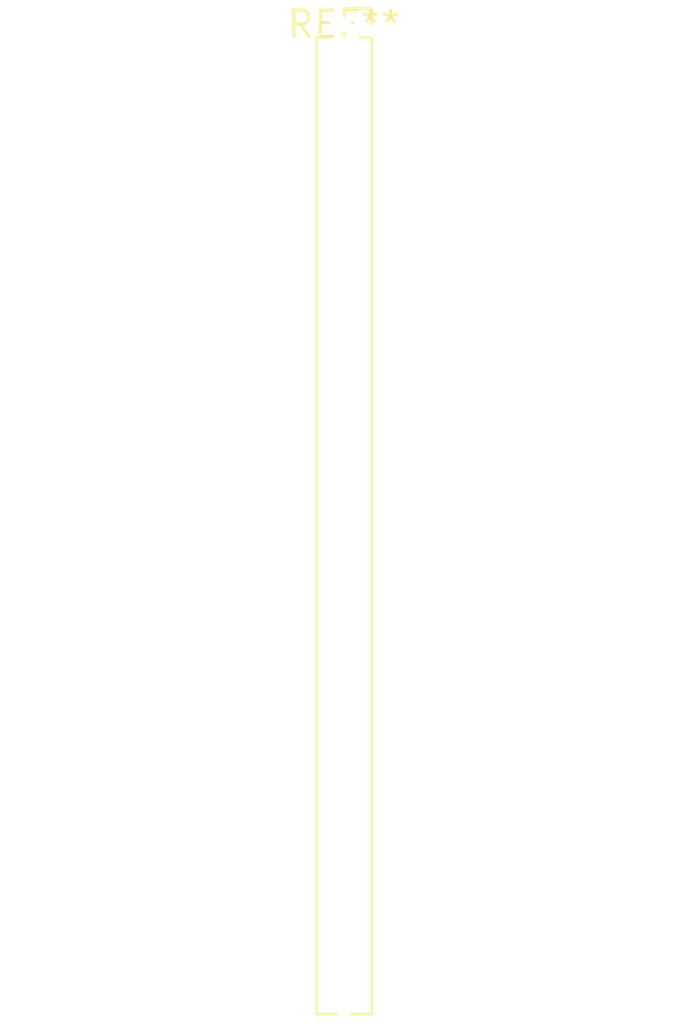
<source format=kicad_pcb>
(kicad_pcb (version 20240108) (generator pcbnew)
  (layers (0 "F.Cu" signal) (31 "B.Cu" signal) (34 "B.Paste" user) (35 "F.Paste" user) (36 "B.SilkS" user "B.Silkscreen") (37 "F.SilkS" user "F.Silkscreen") (38 "B.Mask" user) (39 "F.Mask" user) (44 "Edge.Cuts" user))
  (net 0 "")
  (footprint "PinSocket_1x38_P1.27mm_Vertical" (layer "F.Cu") (at 0 0)
    (property "Reference" "REF**")
    (property "Value" "PinSocket_1x38_P1.27mm_Vertical")
    (fp_line (start -1.33 0.635) (end -1.33 47.685) (layer "F.SilkS") (stroke (width 0.12)))
    (fp_line (start -1.33 0.635) (end -0.76 0.635) (layer "F.SilkS") (stroke (width 0.12)))
    (fp_line (start -1.33 47.685) (end -0.30753 47.685) (layer "F.SilkS") (stroke (width 0.12)))
    (fp_line (start 0 -0.76) (end 1.33 -0.76) (layer "F.SilkS") (stroke (width 0.12)))
    (fp_line (start 0.30753 47.685) (end 1.33 47.685) (layer "F.SilkS") (stroke (width 0.12)))
    (fp_line (start 0.76 0.635) (end 1.33 0.635) (layer "F.SilkS") (stroke (width 0.12)))
    (fp_line (start 1.33 -0.76) (end 1.33 0) (layer "F.SilkS") (stroke (width 0.12)))
    (fp_line (start 1.33 0.635) (end 1.33 47.685) (layer "F.SilkS") (stroke (width 0.12)))
    (pad "1" thru_hole rect (at 0 0) (size 1 1) (drill 0.7) (layers *.Cu *.Mask) (remove_unused_layers))
    (pad "2" thru_hole oval (at 0 1.27) (size 1 1) (drill 0.7) (layers *.Cu *.Mask) (remove_unused_layers))
    (pad "3" thru_hole oval (at 0 2.54) (size 1 1) (drill 0.7) (layers *.Cu *.Mask) (remove_unused_layers))
    (pad "4" thru_hole oval (at 0 3.81) (size 1 1) (drill 0.7) (layers *.Cu *.Mask) (remove_unused_layers))
    (pad "5" thru_hole oval (at 0 5.08) (size 1 1) (drill 0.7) (layers *.Cu *.Mask) (remove_unused_layers))
    (pad "6" thru_hole oval (at 0 6.35) (size 1 1) (drill 0.7) (layers *.Cu *.Mask) (remove_unused_layers))
    (pad "7" thru_hole oval (at 0 7.62) (size 1 1) (drill 0.7) (layers *.Cu *.Mask) (remove_unused_layers))
    (pad "8" thru_hole oval (at 0 8.89) (size 1 1) (drill 0.7) (layers *.Cu *.Mask) (remove_unused_layers))
    (pad "9" thru_hole oval (at 0 10.16) (size 1 1) (drill 0.7) (layers *.Cu *.Mask) (remove_unused_layers))
    (pad "10" thru_hole oval (at 0 11.43) (size 1 1) (drill 0.7) (layers *.Cu *.Mask) (remove_unused_layers))
    (pad "11" thru_hole oval (at 0 12.7) (size 1 1) (drill 0.7) (layers *.Cu *.Mask) (remove_unused_layers))
    (pad "12" thru_hole oval (at 0 13.97) (size 1 1) (drill 0.7) (layers *.Cu *.Mask) (remove_unused_layers))
    (pad "13" thru_hole oval (at 0 15.24) (size 1 1) (drill 0.7) (layers *.Cu *.Mask) (remove_unused_layers))
    (pad "14" thru_hole oval (at 0 16.51) (size 1 1) (drill 0.7) (layers *.Cu *.Mask) (remove_unused_layers))
    (pad "15" thru_hole oval (at 0 17.78) (size 1 1) (drill 0.7) (layers *.Cu *.Mask) (remove_unused_layers))
    (pad "16" thru_hole oval (at 0 19.05) (size 1 1) (drill 0.7) (layers *.Cu *.Mask) (remove_unused_layers))
    (pad "17" thru_hole oval (at 0 20.32) (size 1 1) (drill 0.7) (layers *.Cu *.Mask) (remove_unused_layers))
    (pad "18" thru_hole oval (at 0 21.59) (size 1 1) (drill 0.7) (layers *.Cu *.Mask) (remove_unused_layers))
    (pad "19" thru_hole oval (at 0 22.86) (size 1 1) (drill 0.7) (layers *.Cu *.Mask) (remove_unused_layers))
    (pad "20" thru_hole oval (at 0 24.13) (size 1 1) (drill 0.7) (layers *.Cu *.Mask) (remove_unused_layers))
    (pad "21" thru_hole oval (at 0 25.4) (size 1 1) (drill 0.7) (layers *.Cu *.Mask) (remove_unused_layers))
    (pad "22" thru_hole oval (at 0 26.67) (size 1 1) (drill 0.7) (layers *.Cu *.Mask) (remove_unused_layers))
    (pad "23" thru_hole oval (at 0 27.94) (size 1 1) (drill 0.7) (layers *.Cu *.Mask) (remove_unused_layers))
    (pad "24" thru_hole oval (at 0 29.21) (size 1 1) (drill 0.7) (layers *.Cu *.Mask) (remove_unused_layers))
    (pad "25" thru_hole oval (at 0 30.48) (size 1 1) (drill 0.7) (layers *.Cu *.Mask) (remove_unused_layers))
    (pad "26" thru_hole oval (at 0 31.75) (size 1 1) (drill 0.7) (layers *.Cu *.Mask) (remove_unused_layers))
    (pad "27" thru_hole oval (at 0 33.02) (size 1 1) (drill 0.7) (layers *.Cu *.Mask) (remove_unused_layers))
    (pad "28" thru_hole oval (at 0 34.29) (size 1 1) (drill 0.7) (layers *.Cu *.Mask) (remove_unused_layers))
    (pad "29" thru_hole oval (at 0 35.56) (size 1 1) (drill 0.7) (layers *.Cu *.Mask) (remove_unused_layers))
    (pad "30" thru_hole oval (at 0 36.83) (size 1 1) (drill 0.7) (layers *.Cu *.Mask) (remove_unused_layers))
    (pad "31" thru_hole oval (at 0 38.1) (size 1 1) (drill 0.7) (layers *.Cu *.Mask) (remove_unused_layers))
    (pad "32" thru_hole oval (at 0 39.37) (size 1 1) (drill 0.7) (layers *.Cu *.Mask) (remove_unused_layers))
    (pad "33" thru_hole oval (at 0 40.64) (size 1 1) (drill 0.7) (layers *.Cu *.Mask) (remove_unused_layers))
    (pad "34" thru_hole oval (at 0 41.91) (size 1 1) (drill 0.7) (layers *.Cu *.Mask) (remove_unused_layers))
    (pad "35" thru_hole oval (at 0 43.18) (size 1 1) (drill 0.7) (layers *.Cu *.Mask) (remove_unused_layers))
    (pad "36" thru_hole oval (at 0 44.45) (size 1 1) (drill 0.7) (layers *.Cu *.Mask) (remove_unused_layers))
    (pad "37" thru_hole oval (at 0 45.72) (size 1 1) (drill 0.7) (layers *.Cu *.Mask) (remove_unused_layers))
    (pad "38" thru_hole oval (at 0 46.99) (size 1 1) (drill 0.7) (layers *.Cu *.Mask) (remove_unused_layers))
  )
)
</source>
